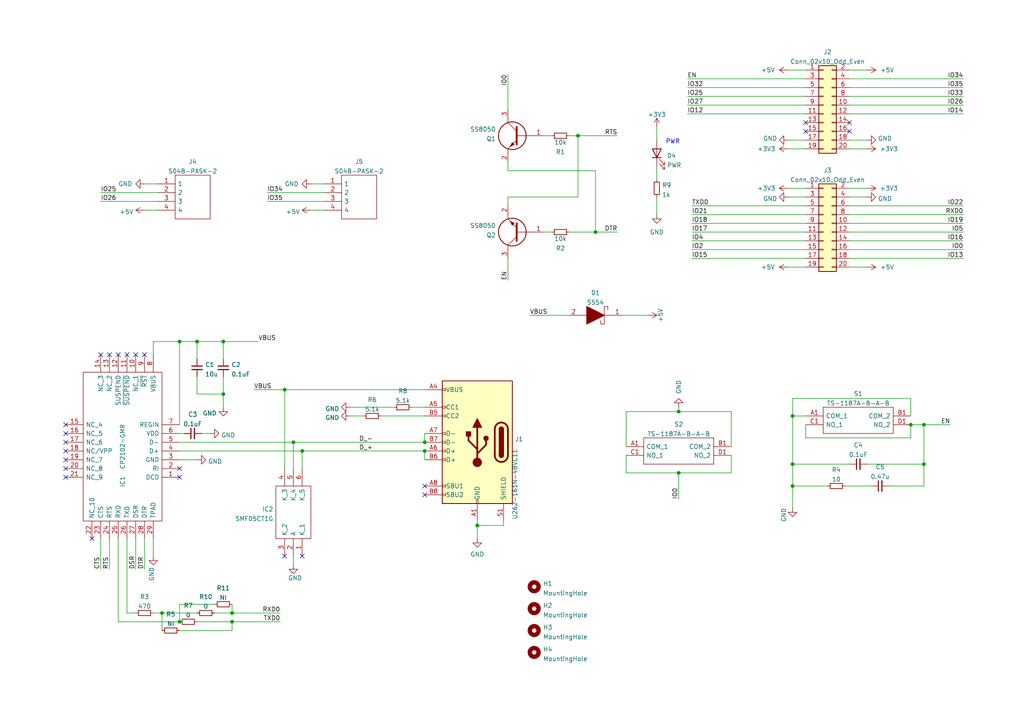
<source format=kicad_sch>
(kicad_sch (version 20230121) (generator eeschema)
  (paper "A4")
  (lib_symbols
    (symbol "Connector:USB_C_Receptacle_USB2.0" (pin_names (offset 1.016))
      (property "Reference" "J" (at -10.16 19.05 0))
      (property "Value" "USB_C_Receptacle_USB2.0" (at 19.05 19.05 0))
      (symbol "USB_C_Receptacle_USB2.0_0_0"
        (rectangle (start -0.254 -17.78) (end 0.254 -16.764))
        (rectangle (start 10.16 -14.986) (end 9.144 -15.494))
        (rectangle (start 10.16 -12.446) (end 9.144 -12.954))
        (rectangle (start 10.16 -4.826) (end 9.144 -5.334))
        (rectangle (start 10.16 -2.286) (end 9.144 -2.794))
        (rectangle (start 10.16 0.254) (end 9.144 -0.254))
        (rectangle (start 10.16 2.794) (end 9.144 2.286))
        (rectangle (start 10.16 7.874) (end 9.144 7.366))
        (rectangle (start 10.16 10.414) (end 9.144 9.906))
        (rectangle (start 10.16 15.494) (end 9.144 14.986))
      )
      (symbol "USB_C_Receptacle_USB2.0_0_1"
        (rectangle (start -10.16 17.78) (end 10.16 -17.78) (stroke (width 0.254)) (fill (type background)))
        (arc (start -8.89 -3.81) (mid -6.985 -5.7067) (end -5.08 -3.81) (stroke (width 0.508)))
        (arc (start -7.62 -3.81) (mid -6.985 -4.4423) (end -6.35 -3.81) (stroke (width 0.254)))
        (arc (start -7.62 -3.81) (mid -6.985 -4.4423) (end -6.35 -3.81) (stroke (width 0.254)) (fill (type outline)))
        (rectangle (start -7.62 -3.81) (end -6.35 3.81) (stroke (width 0.254)) (fill (type outline)))
        (arc (start -6.35 3.81) (mid -6.985 4.4423) (end -7.62 3.81) (stroke (width 0.254)))
        (arc (start -6.35 3.81) (mid -6.985 4.4423) (end -7.62 3.81) (stroke (width 0.254)) (fill (type outline)))
        (arc (start -5.08 3.81) (mid -6.985 5.7067) (end -8.89 3.81) (stroke (width 0.508)))
        (circle (center -2.54 1.143) (radius 0.635) (stroke (width 0.254)) (fill (type outline)))
        (circle (center 0 -5.842) (radius 1.27) (fill (type outline)))
        (polyline (pts (xy -8.89 -3.81) (xy -8.89 3.81)) (stroke (width 0.508)))
        (polyline (pts (xy -5.08 3.81) (xy -5.08 -3.81)) (stroke (width 0.508)))
        (polyline (pts (xy 0 -5.842) (xy 0 4.318)) (stroke (width 0.508)))
        (polyline (pts (xy 0 -3.302) (xy -2.54 -0.762) (xy -2.54 0.508)) (stroke (width 0.508)))
        (polyline (pts (xy 0 -2.032) (xy 2.54 0.508) (xy 2.54 1.778)) (stroke (width 0.508)))
        (polyline (pts (xy -1.27 4.318) (xy 0 6.858) (xy 1.27 4.318) (xy -1.27 4.318)) (stroke (width 0.254)) (fill (type outline)))
        (rectangle (start 1.905 1.778) (end 3.175 3.048) (stroke (width 0.254)) (fill (type outline)))
      )
      (symbol "USB_C_Receptacle_USB2.0_1_1"
        (pin passive line (at 0 -22.86 90) (length 5.08) (name "GND") (number "A1"))
        (pin passive line (at 0 -22.86 90) (length 5.08) hide (name "GND") (number "A12"))
        (pin passive line (at 15.24 15.24 180) (length 5.08) (name "VBUS") (number "A4"))
        (pin bidirectional line (at 15.24 10.16 180) (length 5.08) (name "CC1") (number "A5"))
        (pin bidirectional line (at 15.24 -2.54 180) (length 5.08) (name "D+") (number "A6"))
        (pin bidirectional line (at 15.24 2.54 180) (length 5.08) (name "D-") (number "A7"))
        (pin bidirectional line (at 15.24 -12.7 180) (length 5.08) (name "SBU1") (number "A8"))
        (pin passive line (at 15.24 15.24 180) (length 5.08) hide (name "VBUS") (number "A9"))
        (pin passive line (at 0 -22.86 90) (length 5.08) hide (name "GND") (number "B1"))
        (pin passive line (at 0 -22.86 90) (length 5.08) hide (name "GND") (number "B12"))
        (pin passive line (at 15.24 15.24 180) (length 5.08) hide (name "VBUS") (number "B4"))
        (pin bidirectional line (at 15.24 7.62 180) (length 5.08) (name "CC2") (number "B5"))
        (pin bidirectional line (at 15.24 -5.08 180) (length 5.08) (name "D+") (number "B6"))
        (pin bidirectional line (at 15.24 0 180) (length 5.08) (name "D-") (number "B7"))
        (pin bidirectional line (at 15.24 -15.24 180) (length 5.08) (name "SBU2") (number "B8"))
        (pin passive line (at 15.24 15.24 180) (length 5.08) hide (name "VBUS") (number "B9"))
        (pin passive line (at -7.62 -22.86 90) (length 5.08) (name "SHIELD") (number "S1"))
      )
    )
    (symbol "Connector_Generic:Conn_02x10_Odd_Even" (pin_names (offset 1.016) hide)
      (property "Reference" "J" (at 1.27 12.7 0))
      (property "Value" "Conn_02x10_Odd_Even" (at 1.27 -15.24 0))
      (symbol "Conn_02x10_Odd_Even_1_1"
        (rectangle (start -1.27 -12.573) (end 0 -12.827) (stroke (width 0.1524)))
        (rectangle (start -1.27 -10.033) (end 0 -10.287) (stroke (width 0.1524)))
        (rectangle (start -1.27 -7.493) (end 0 -7.747) (stroke (width 0.1524)))
        (rectangle (start -1.27 -4.953) (end 0 -5.207) (stroke (width 0.1524)))
        (rectangle (start -1.27 -2.413) (end 0 -2.667) (stroke (width 0.1524)))
        (rectangle (start -1.27 0.127) (end 0 -0.127) (stroke (width 0.1524)))
        (rectangle (start -1.27 2.667) (end 0 2.413) (stroke (width 0.1524)))
        (rectangle (start -1.27 5.207) (end 0 4.953) (stroke (width 0.1524)))
        (rectangle (start -1.27 7.747) (end 0 7.493) (stroke (width 0.1524)))
        (rectangle (start -1.27 10.287) (end 0 10.033) (stroke (width 0.1524)))
        (rectangle (start -1.27 11.43) (end 3.81 -13.97) (stroke (width 0.254)) (fill (type background)))
        (rectangle (start 3.81 -12.573) (end 2.54 -12.827) (stroke (width 0.1524)))
        (rectangle (start 3.81 -10.033) (end 2.54 -10.287) (stroke (width 0.1524)))
        (rectangle (start 3.81 -7.493) (end 2.54 -7.747) (stroke (width 0.1524)))
        (rectangle (start 3.81 -4.953) (end 2.54 -5.207) (stroke (width 0.1524)))
        (rectangle (start 3.81 -2.413) (end 2.54 -2.667) (stroke (width 0.1524)))
        (rectangle (start 3.81 0.127) (end 2.54 -0.127) (stroke (width 0.1524)))
        (rectangle (start 3.81 2.667) (end 2.54 2.413) (stroke (width 0.1524)))
        (rectangle (start 3.81 5.207) (end 2.54 4.953) (stroke (width 0.1524)))
        (rectangle (start 3.81 7.747) (end 2.54 7.493) (stroke (width 0.1524)))
        (rectangle (start 3.81 10.287) (end 2.54 10.033) (stroke (width 0.1524)))
        (pin passive line (at -5.08 10.16 0) (length 3.81) (name "Pin_1") (number "1"))
        (pin passive line (at 7.62 0 180) (length 3.81) (name "Pin_10") (number "10"))
        (pin passive line (at -5.08 -2.54 0) (length 3.81) (name "Pin_11") (number "11"))
        (pin passive line (at 7.62 -2.54 180) (length 3.81) (name "Pin_12") (number "12"))
        (pin passive line (at -5.08 -5.08 0) (length 3.81) (name "Pin_13") (number "13"))
        (pin passive line (at 7.62 -5.08 180) (length 3.81) (name "Pin_14") (number "14"))
        (pin passive line (at -5.08 -7.62 0) (length 3.81) (name "Pin_15") (number "15"))
        (pin passive line (at 7.62 -7.62 180) (length 3.81) (name "Pin_16") (number "16"))
        (pin passive line (at -5.08 -10.16 0) (length 3.81) (name "Pin_17") (number "17"))
        (pin passive line (at 7.62 -10.16 180) (length 3.81) (name "Pin_18") (number "18"))
        (pin passive line (at -5.08 -12.7 0) (length 3.81) (name "Pin_19") (number "19"))
        (pin passive line (at 7.62 10.16 180) (length 3.81) (name "Pin_2") (number "2"))
        (pin passive line (at 7.62 -12.7 180) (length 3.81) (name "Pin_20") (number "20"))
        (pin passive line (at -5.08 7.62 0) (length 3.81) (name "Pin_3") (number "3"))
        (pin passive line (at 7.62 7.62 180) (length 3.81) (name "Pin_4") (number "4"))
        (pin passive line (at -5.08 5.08 0) (length 3.81) (name "Pin_5") (number "5"))
        (pin passive line (at 7.62 5.08 180) (length 3.81) (name "Pin_6") (number "6"))
        (pin passive line (at -5.08 2.54 0) (length 3.81) (name "Pin_7") (number "7"))
        (pin passive line (at 7.62 2.54 180) (length 3.81) (name "Pin_8") (number "8"))
        (pin passive line (at -5.08 0 0) (length 3.81) (name "Pin_9") (number "9"))
      )
    )
    (symbol "Device:C_Small" (pin_numbers hide) (pin_names (offset 0.254) hide)
      (property "Reference" "C" (at 0.254 1.778 0))
      (property "Value" "C_Small" (at 0.254 -2.032 0))
      (symbol "C_Small_0_1"
        (polyline (pts (xy -1.524 -0.508) (xy 1.524 -0.508)) (stroke (width 0.3302)))
        (polyline (pts (xy -1.524 0.508) (xy 1.524 0.508)) (stroke (width 0.3048)))
      )
      (symbol "C_Small_1_1"
        (pin passive line (at 0 2.54 270) (length 2.032) (name "~") (number "1"))
        (pin passive line (at 0 -2.54 90) (length 2.032) (name "~") (number "2"))
      )
    )
    (symbol "Device:LED" (pin_numbers hide) (pin_names (offset 1.016) hide)
      (property "Reference" "D" (at 0 2.54 0))
      (property "Value" "LED" (at 0 -2.54 0))
      (symbol "LED_0_1"
        (polyline (pts (xy -1.27 -1.27) (xy -1.27 1.27)) (stroke (width 0.254)))
        (polyline (pts (xy -1.27 0) (xy 1.27 0)))
        (polyline (pts (xy 1.27 -1.27) (xy 1.27 1.27) (xy -1.27 0) (xy 1.27 -1.27)) (stroke (width 0.254)))
        (polyline (pts (xy -3.048 -0.762) (xy -4.572 -2.286) (xy -3.81 -2.286) (xy -4.572 -2.286) (xy -4.572 -1.524)))
        (polyline (pts (xy -1.778 -0.762) (xy -3.302 -2.286) (xy -2.54 -2.286) (xy -3.302 -2.286) (xy -3.302 -1.524)))
      )
      (symbol "LED_1_1"
        (pin passive line (at -3.81 0 0) (length 2.54) (name "K") (number "1"))
        (pin passive line (at 3.81 0 180) (length 2.54) (name "A") (number "2"))
      )
    )
    (symbol "Device:R_Small" (pin_numbers hide) (pin_names (offset 0.254) hide)
      (property "Reference" "R" (at 0.762 0.508 0))
      (property "Value" "R_Small" (at 0.762 -1.016 0))
      (symbol "R_Small_0_1"
        (rectangle (start -0.762 1.778) (end 0.762 -1.778) (stroke (width 0.2032)))
      )
      (symbol "R_Small_1_1"
        (pin passive line (at 0 2.54 270) (length 0.762) (name "~") (number "1"))
        (pin passive line (at 0 -2.54 90) (length 0.762) (name "~") (number "2"))
      )
    )
    (symbol "Mechanical:MountingHole" (pin_names (offset 1.016))
      (property "Reference" "H" (at 0 5.08 0))
      (property "Value" "MountingHole" (at 0 3.175 0))
      (symbol "MountingHole_0_1"
        (circle (center 0 0) (radius 1.27) (stroke (width 1.27)))
      )
    )
    (symbol "SamacSys_Parts:CP2102-GMR" (pin_names (offset 0.762))
      (property "Reference" "IC" (at 29.21 17.78 0))
      (property "Value" "CP2102-GMR" (at 29.21 15.24 0))
      (symbol "CP2102-GMR_0_0"
        (pin passive line (at 0 0 0) (length 5.08) (name "DCD") (number "1"))
        (pin passive line (at 12.7 -35.56 90) (length 5.08) (name "NC_1") (number "10"))
        (pin passive line (at 15.24 -35.56 90) (length 5.08) (name "~{SUSPEND}") (number "11"))
        (pin passive line (at 17.78 -35.56 90) (length 5.08) (name "SUSPEND") (number "12"))
        (pin passive line (at 20.32 -35.56 90) (length 5.08) (name "NC_2") (number "13"))
        (pin passive line (at 22.86 -35.56 90) (length 5.08) (name "NC_3") (number "14"))
        (pin passive line (at 33.02 -15.24 180) (length 5.08) (name "NC_4") (number "15"))
        (pin passive line (at 33.02 -12.7 180) (length 5.08) (name "NC_5") (number "16"))
        (pin passive line (at 33.02 -10.16 180) (length 5.08) (name "NC_6") (number "17"))
        (pin passive line (at 33.02 -7.62 180) (length 5.08) (name "NC/VPP") (number "18"))
        (pin passive line (at 33.02 -5.08 180) (length 5.08) (name "NC_7") (number "19"))
        (pin passive line (at 0 -2.54 0) (length 5.08) (name "RI") (number "2"))
        (pin passive line (at 33.02 -2.54 180) (length 5.08) (name "NC_8") (number "20"))
        (pin passive line (at 33.02 0 180) (length 5.08) (name "NC_9") (number "21"))
        (pin passive line (at 25.4 17.78 270) (length 5.08) (name "NC_10") (number "22"))
        (pin passive line (at 22.86 17.78 270) (length 5.08) (name "CTS") (number "23"))
        (pin passive line (at 20.32 17.78 270) (length 5.08) (name "RTS") (number "24"))
        (pin passive line (at 17.78 17.78 270) (length 5.08) (name "RXD") (number "25"))
        (pin passive line (at 15.24 17.78 270) (length 5.08) (name "TXD") (number "26"))
        (pin passive line (at 12.7 17.78 270) (length 5.08) (name "DSR") (number "27"))
        (pin passive line (at 10.16 17.78 270) (length 5.08) (name "DTR") (number "28"))
        (pin passive line (at 7.62 17.78 270) (length 5.08) (name "TPAD") (number "29"))
        (pin passive line (at 0 -5.08 0) (length 5.08) (name "GND") (number "3"))
        (pin passive line (at 0 -7.62 0) (length 5.08) (name "D+") (number "4"))
        (pin passive line (at 0 -10.16 0) (length 5.08) (name "D-") (number "5"))
        (pin passive line (at 0 -12.7 0) (length 5.08) (name "VDD") (number "6"))
        (pin passive line (at 0 -15.24 0) (length 5.08) (name "REGIN") (number "7"))
        (pin passive line (at 7.62 -35.56 90) (length 5.08) (name "VBUS") (number "8"))
        (pin passive line (at 10.16 -35.56 90) (length 5.08) (name "~{RST}") (number "9"))
      )
      (symbol "CP2102-GMR_0_1"
        (polyline (pts (xy 5.08 12.7) (xy 27.94 12.7) (xy 27.94 -30.48) (xy 5.08 -30.48) (xy 5.08 12.7)) (stroke (width 0.1524)))
      )
    )
    (symbol "SamacSys_Parts:MMSS8050-H-TP" (pin_names (offset 0.762))
      (property "Reference" "Q" (at 13.97 1.27 0))
      (property "Value" "MMSS8050-H-TP" (at 13.97 -1.27 0))
      (symbol "MMSS8050-H-TP_0_0"
        (pin passive line (at 0 0 0) (length 2.54) (name "~") (number "1"))
        (pin passive line (at 10.16 -7.62 90) (length 2.54) (name "~") (number "2"))
        (pin passive line (at 10.16 7.62 270) (length 2.54) (name "~") (number "3"))
      )
      (symbol "MMSS8050-H-TP_0_1"
        (polyline (pts (xy 2.54 0) (xy 7.62 0)) (stroke (width 0.1524)))
        (polyline (pts (xy 7.62 -1.27) (xy 10.16 -3.81)) (stroke (width 0.1524)))
        (polyline (pts (xy 7.62 1.27) (xy 10.16 3.81)) (stroke (width 0.1524)))
        (polyline (pts (xy 7.62 2.54) (xy 7.62 -2.54)) (stroke (width 0.508)))
        (polyline (pts (xy 10.16 -3.81) (xy 10.16 -5.08)) (stroke (width 0.1524)))
        (polyline (pts (xy 10.16 3.81) (xy 10.16 5.08)) (stroke (width 0.1524)))
        (polyline (pts (xy 8.382 -2.54) (xy 8.89 -2.032) (xy 9.398 -3.048) (xy 8.382 -2.54)) (stroke (width 0.254)) (fill (type outline)))
        (circle (center 8.89 0) (radius 4.0132) (stroke (width 0.254)))
      )
    )
    (symbol "SamacSys_Parts:S04B-PASK-2" (pin_names (offset 0.762))
      (property "Reference" "J" (at 16.51 7.62 0))
      (property "Value" "S04B-PASK-2" (at 16.51 5.08 0))
      (symbol "S04B-PASK-2_0_0"
        (pin passive line (at 0 -7.62 0) (length 5.08) (name "1") (number "1"))
        (pin passive line (at 0 -5.08 0) (length 5.08) (name "2") (number "2"))
        (pin passive line (at 0 -2.54 0) (length 5.08) (name "3") (number "3"))
        (pin passive line (at 0 0 0) (length 5.08) (name "4") (number "4"))
      )
      (symbol "S04B-PASK-2_0_1"
        (polyline (pts (xy 5.08 2.54) (xy 15.24 2.54) (xy 15.24 -10.16) (xy 5.08 -10.16) (xy 5.08 2.54)) (stroke (width 0.1524)))
      )
    )
    (symbol "SamacSys_Parts:SMF05CT1G" (pin_names (offset 0.762))
      (property "Reference" "IC" (at 21.59 7.62 0))
      (property "Value" "SMF05CT1G" (at 21.59 5.08 0))
      (symbol "SMF05CT1G_0_0"
        (pin passive line (at 0 0 0) (length 5.08) (name "K_1") (number "1"))
        (pin passive line (at 0 -2.54 0) (length 5.08) (name "A") (number "2"))
        (pin passive line (at 0 -5.08 0) (length 5.08) (name "K_2") (number "3"))
        (pin passive line (at 25.4 -5.08 180) (length 5.08) (name "K_3") (number "4"))
        (pin passive line (at 25.4 -2.54 180) (length 5.08) (name "K_4") (number "5"))
        (pin passive line (at 25.4 0 180) (length 5.08) (name "K_5") (number "6"))
      )
      (symbol "SMF05CT1G_0_1"
        (polyline (pts (xy 5.08 2.54) (xy 20.32 2.54) (xy 20.32 -7.62) (xy 5.08 -7.62) (xy 5.08 2.54)) (stroke (width 0.1524)))
      )
    )
    (symbol "SamacSys_Parts:SS54" (pin_names (offset 0.762))
      (property "Reference" "D" (at 12.7 8.89 0))
      (property "Value" "SS54" (at 12.7 6.35 0))
      (symbol "SS54_0_0"
        (pin passive line (at 2.54 0 0) (length 2.54) (name "~") (number "1"))
        (pin passive line (at 17.78 0 180) (length 2.54) (name "~") (number "2"))
      )
      (symbol "SS54_0_1"
        (polyline (pts (xy 5.08 0) (xy 7.62 0)) (stroke (width 0.1524)))
        (polyline (pts (xy 7.62 2.54) (xy 7.62 -2.54)) (stroke (width 0.1524)))
        (polyline (pts (xy 12.7 0) (xy 15.24 0)) (stroke (width 0.1524)))
        (polyline (pts (xy 7.62 -2.54) (xy 6.604 -2.54) (xy 6.604 -1.524)) (stroke (width 0.1524)))
        (polyline (pts (xy 7.62 2.54) (xy 8.636 2.54) (xy 8.636 1.524)) (stroke (width 0.1524)))
        (polyline (pts (xy 7.62 0) (xy 12.7 2.54) (xy 12.7 -2.54) (xy 7.62 0)) (stroke (width 0.254)) (fill (type outline)))
      )
    )
    (symbol "SamacSys_Parts:TS-1187A-B-A-B" (pin_names (offset 0.762))
      (property "Reference" "S" (at 26.67 7.62 0))
      (property "Value" "TS-1187A-B-A-B" (at 26.67 5.08 0))
      (symbol "TS-1187A-B-A-B_0_0"
        (pin passive line (at 0 0 0) (length 5.08) (name "COM_1") (number "A1"))
        (pin passive line (at 30.48 0 180) (length 5.08) (name "COM_2") (number "B1"))
        (pin passive line (at 0 -2.54 0) (length 5.08) (name "NO_1") (number "C1"))
        (pin passive line (at 30.48 -2.54 180) (length 5.08) (name "NO_2") (number "D1"))
      )
      (symbol "TS-1187A-B-A-B_0_1"
        (polyline (pts (xy 5.08 2.54) (xy 25.4 2.54) (xy 25.4 -5.08) (xy 5.08 -5.08) (xy 5.08 2.54)) (stroke (width 0.1524)))
      )
    )
    (symbol "power:+3.3V" (power) (pin_names (offset 0))
      (property "Value" "+3.3V" (at 0 3.556 0))
      (symbol "+3.3V_0_1"
        (polyline (pts (xy -0.762 1.27) (xy 0 2.54)))
        (polyline (pts (xy 0 0) (xy 0 2.54)))
        (polyline (pts (xy 0 2.54) (xy 0.762 1.27)))
      )
      (symbol "+3.3V_1_1"
        (pin power_in line (at 0 0 90) (length 0) hide (name "+3V3") (number "1"))
      )
    )
    (symbol "power:+5V" (power) (pin_names (offset 0))
      (property "Value" "+5V" (at 0 3.556 0))
      (symbol "+5V_0_1"
        (polyline (pts (xy -0.762 1.27) (xy 0 2.54)))
        (polyline (pts (xy 0 0) (xy 0 2.54)))
        (polyline (pts (xy 0 2.54) (xy 0.762 1.27)))
      )
      (symbol "+5V_1_1"
        (pin power_in line (at 0 0 90) (length 0) hide (name "+5V") (number "1"))
      )
    )
    (symbol "power:GND" (power) (pin_names (offset 0))
      (property "Value" "GND" (at 0 -3.81 0))
      (symbol "GND_0_1"
        (polyline (pts (xy 0 0) (xy 0 -1.27) (xy 1.27 -1.27) (xy 0 -2.54) (xy -1.27 -1.27) (xy 0 -1.27)))
      )
      (symbol "GND_1_1"
        (pin power_in line (at 0 0 270) (length 0) hide (name "GND") (number "1"))
      )
    )
  )
  (junction (at 46.99 177.8))
  (junction (at 82.55 113.03))
  (junction (at 85.09 128.27))
  (junction (at 67.31 177.8))
  (junction (at 87.63 130.81))
  (junction (at 267.97 134.62))
  (junction (at 123.19 130.81))
  (junction (at 64.77 114.3))
  (junction (at 167.64 39.37))
  (junction (at 196.85 119.38))
  (junction (at 229.87 140.97))
  (junction (at 64.77 99.06))
  (junction (at 52.07 180.34))
  (junction (at 172.72 67.31))
  (junction (at 57.15 99.06))
  (junction (at 196.85 137.16))
  (junction (at 267.97 123.19))
  (junction (at 229.87 120.65))
  (junction (at 67.31 180.34))
  (junction (at 123.19 128.27))
  (junction (at 138.43 152.4))
  (junction (at 229.87 134.62))
  (junction (at 52.07 99.06))
  (junction (at 264.16 123.19))
  (no_connect (at 233.68 38.1))
  (no_connect (at 87.63 161.29))
  (no_connect (at 82.55 161.29))
  (no_connect (at 29.21 102.87))
  (no_connect (at 31.75 102.87))
  (no_connect (at 246.38 35.56))
  (no_connect (at 19.05 138.43))
  (no_connect (at 19.05 128.27))
  (no_connect (at 19.05 130.81))
  (no_connect (at 19.05 133.35))
  (no_connect (at 19.05 135.89))
  (no_connect (at 19.05 125.73))
  (no_connect (at 19.05 123.19))
  (no_connect (at 26.67 156.21))
  (no_connect (at 246.38 38.1))
  (no_connect (at 52.07 138.43))
  (no_connect (at 36.83 102.87))
  (no_connect (at 52.07 135.89))
  (no_connect (at 34.29 102.87))
  (no_connect (at 39.37 102.87))
  (no_connect (at 41.91 102.87))
  (no_connect (at 123.19 143.51))
  (no_connect (at 123.19 140.97))
  (no_connect (at 233.68 35.56))
  (wire (pts (xy 246.38 59.69) (xy 279.4 59.69)))
  (wire (pts (xy 36.83 177.8) (xy 39.37 177.8)))
  (wire (pts (xy 264.16 115.57) (xy 229.87 115.57)))
  (wire (pts (xy 77.47 58.42) (xy 93.98 58.42)))
  (wire (pts (xy 64.77 114.3) (xy 64.77 118.11)))
  (wire (pts (xy 41.91 156.21) (xy 41.91 165.1)))
  (wire (pts (xy 179.07 39.37) (xy 167.64 39.37)))
  (wire (pts (xy 172.72 49.53) (xy 147.32 49.53)))
  (wire (pts (xy 251.46 77.47) (xy 246.38 77.47)))
  (wire (pts (xy 87.63 130.81) (xy 123.19 130.81)))
  (wire (pts (xy 41.91 60.96) (xy 45.72 60.96)))
  (wire (pts (xy 246.38 33.02) (xy 279.4 33.02)))
  (wire (pts (xy 251.46 40.64) (xy 246.38 40.64)))
  (wire (pts (xy 52.07 182.88) (xy 67.31 182.88)))
  (wire (pts (xy 138.43 152.4) (xy 138.43 156.21)))
  (wire (pts (xy 229.87 115.57) (xy 229.87 120.65)))
  (wire (pts (xy 264.16 123.19) (xy 267.97 123.19)))
  (wire (pts (xy 123.19 125.73) (xy 123.19 128.27)))
  (wire (pts (xy 62.23 177.8) (xy 67.31 177.8)))
  (wire (pts (xy 251.46 54.61) (xy 246.38 54.61)))
  (wire (pts (xy 181.61 132.08) (xy 181.61 137.16)))
  (wire (pts (xy 267.97 123.19) (xy 267.97 134.62)))
  (wire (pts (xy 200.66 72.39) (xy 233.68 72.39)))
  (wire (pts (xy 228.6 40.64) (xy 233.68 40.64)))
  (wire (pts (xy 196.85 137.16) (xy 212.09 137.16)))
  (wire (pts (xy 229.87 134.62) (xy 229.87 140.97)))
  (wire (pts (xy 85.09 161.29) (xy 85.09 163.83)))
  (wire (pts (xy 52.07 125.73) (xy 53.34 125.73)))
  (wire (pts (xy 196.85 119.38) (xy 212.09 119.38)))
  (wire (pts (xy 105.41 120.65) (xy 101.6 120.65)))
  (wire (pts (xy 44.45 156.21) (xy 44.45 161.29)))
  (wire (pts (xy 67.31 182.88) (xy 67.31 180.34)))
  (wire (pts (xy 167.64 39.37) (xy 165.1 39.37)))
  (wire (pts (xy 228.6 20.32) (xy 233.68 20.32)))
  (wire (pts (xy 228.6 43.18) (xy 233.68 43.18)))
  (wire (pts (xy 34.29 156.21) (xy 34.29 180.34)))
  (wire (pts (xy 160.02 67.31) (xy 157.48 67.31)))
  (wire (pts (xy 67.31 177.8) (xy 81.28 177.8)))
  (wire (pts (xy 200.66 74.93) (xy 233.68 74.93)))
  (wire (pts (xy 57.15 99.06) (xy 52.07 99.06)))
  (wire (pts (xy 246.38 27.94) (xy 279.4 27.94)))
  (wire (pts (xy 46.99 177.8) (xy 57.15 177.8)))
  (wire (pts (xy 153.67 91.44) (xy 165.1 91.44)))
  (wire (pts (xy 62.23 175.26) (xy 52.07 175.26)))
  (wire (pts (xy 229.87 140.97) (xy 229.87 147.32)))
  (wire (pts (xy 257.81 140.97) (xy 267.97 140.97)))
  (wire (pts (xy 181.61 137.16) (xy 196.85 137.16)))
  (wire (pts (xy 264.16 127) (xy 264.16 123.19)))
  (wire (pts (xy 39.37 156.21) (xy 39.37 165.1)))
  (wire (pts (xy 160.02 39.37) (xy 157.48 39.37)))
  (wire (pts (xy 36.83 156.21) (xy 36.83 177.8)))
  (wire (pts (xy 196.85 118.11) (xy 196.85 119.38)))
  (wire (pts (xy 64.77 99.06) (xy 64.77 104.14)))
  (wire (pts (xy 200.66 69.85) (xy 233.68 69.85)))
  (wire (pts (xy 146.05 152.4) (xy 138.43 152.4)))
  (wire (pts (xy 67.31 175.26) (xy 67.31 177.8)))
  (wire (pts (xy 46.99 177.8) (xy 46.99 182.88)))
  (wire (pts (xy 85.09 128.27) (xy 123.19 128.27)))
  (wire (pts (xy 199.39 22.86) (xy 233.68 22.86)))
  (wire (pts (xy 44.45 177.8) (xy 46.99 177.8)))
  (wire (pts (xy 90.17 60.96) (xy 93.98 60.96)))
  (wire (pts (xy 52.07 130.81) (xy 87.63 130.81)))
  (wire (pts (xy 199.39 27.94) (xy 233.68 27.94)))
  (wire (pts (xy 172.72 67.31) (xy 165.1 67.31)))
  (wire (pts (xy 44.45 99.06) (xy 44.45 102.87)))
  (wire (pts (xy 228.6 57.15) (xy 233.68 57.15)))
  (wire (pts (xy 190.5 57.15) (xy 190.5 62.23)))
  (wire (pts (xy 64.77 114.3) (xy 57.15 114.3)))
  (wire (pts (xy 29.21 58.42) (xy 45.72 58.42)))
  (wire (pts (xy 73.66 113.03) (xy 82.55 113.03)))
  (wire (pts (xy 246.38 69.85) (xy 279.4 69.85)))
  (wire (pts (xy 246.38 22.86) (xy 279.4 22.86)))
  (wire (pts (xy 212.09 119.38) (xy 212.09 129.54)))
  (wire (pts (xy 85.09 128.27) (xy 85.09 135.89)))
  (wire (pts (xy 229.87 140.97) (xy 240.03 140.97)))
  (wire (pts (xy 228.6 54.61) (xy 233.68 54.61)))
  (wire (pts (xy 200.66 62.23) (xy 233.68 62.23)))
  (wire (pts (xy 167.64 57.15) (xy 147.32 57.15)))
  (wire (pts (xy 179.07 67.31) (xy 172.72 67.31)))
  (wire (pts (xy 41.91 53.34) (xy 45.72 53.34)))
  (wire (pts (xy 52.07 175.26) (xy 52.07 180.34)))
  (wire (pts (xy 82.55 113.03) (xy 82.55 135.89)))
  (wire (pts (xy 246.38 74.93) (xy 279.4 74.93)))
  (wire (pts (xy 251.46 134.62) (xy 267.97 134.62)))
  (wire (pts (xy 34.29 180.34) (xy 52.07 180.34)))
  (wire (pts (xy 77.47 55.88) (xy 93.98 55.88)))
  (wire (pts (xy 251.46 43.18) (xy 246.38 43.18)))
  (wire (pts (xy 200.66 67.31) (xy 233.68 67.31)))
  (wire (pts (xy 233.68 127) (xy 264.16 127)))
  (wire (pts (xy 114.3 118.11) (xy 101.6 118.11)))
  (wire (pts (xy 181.61 129.54) (xy 181.61 119.38)))
  (wire (pts (xy 138.43 152.4) (xy 138.43 151.13)))
  (wire (pts (xy 251.46 57.15) (xy 246.38 57.15)))
  (wire (pts (xy 229.87 134.62) (xy 246.38 134.62)))
  (wire (pts (xy 64.77 109.22) (xy 64.77 114.3)))
  (wire (pts (xy 29.21 55.88) (xy 45.72 55.88)))
  (wire (pts (xy 167.64 57.15) (xy 167.64 39.37)))
  (wire (pts (xy 190.5 48.26) (xy 190.5 52.07)))
  (wire (pts (xy 67.31 180.34) (xy 81.28 180.34)))
  (wire (pts (xy 147.32 81.28) (xy 147.32 74.93)))
  (wire (pts (xy 229.87 120.65) (xy 229.87 134.62)))
  (wire (pts (xy 246.38 67.31) (xy 279.4 67.31)))
  (wire (pts (xy 172.72 49.53) (xy 172.72 67.31)))
  (wire (pts (xy 212.09 137.16) (xy 212.09 132.08)))
  (wire (pts (xy 52.07 128.27) (xy 85.09 128.27)))
  (wire (pts (xy 181.61 119.38) (xy 196.85 119.38)))
  (wire (pts (xy 246.38 64.77) (xy 279.4 64.77)))
  (wire (pts (xy 29.21 156.21) (xy 29.21 165.1)))
  (wire (pts (xy 251.46 20.32) (xy 246.38 20.32)))
  (wire (pts (xy 233.68 123.19) (xy 233.68 127)))
  (wire (pts (xy 90.17 53.34) (xy 93.98 53.34)))
  (wire (pts (xy 58.42 125.73) (xy 60.96 125.73)))
  (wire (pts (xy 123.19 120.65) (xy 110.49 120.65)))
  (wire (pts (xy 31.75 156.21) (xy 31.75 165.1)))
  (wire (pts (xy 267.97 140.97) (xy 267.97 134.62)))
  (wire (pts (xy 57.15 114.3) (xy 57.15 109.22)))
  (wire (pts (xy 123.19 130.81) (xy 123.19 133.35)))
  (wire (pts (xy 246.38 72.39) (xy 279.4 72.39)))
  (wire (pts (xy 267.97 123.19) (xy 275.59 123.19)))
  (wire (pts (xy 57.15 99.06) (xy 57.15 104.14)))
  (wire (pts (xy 229.87 120.65) (xy 233.68 120.65)))
  (wire (pts (xy 52.07 99.06) (xy 52.07 123.19)))
  (wire (pts (xy 57.15 180.34) (xy 67.31 180.34)))
  (wire (pts (xy 52.07 99.06) (xy 44.45 99.06)))
  (wire (pts (xy 146.05 152.4) (xy 146.05 151.13)))
  (wire (pts (xy 123.19 118.11) (xy 119.38 118.11)))
  (wire (pts (xy 246.38 30.48) (xy 279.4 30.48)))
  (wire (pts (xy 147.32 21.59) (xy 147.32 31.75)))
  (wire (pts (xy 82.55 113.03) (xy 123.19 113.03)))
  (wire (pts (xy 190.5 36.83) (xy 190.5 40.64)))
  (wire (pts (xy 246.38 62.23) (xy 279.4 62.23)))
  (wire (pts (xy 196.85 137.16) (xy 196.85 144.78)))
  (wire (pts (xy 52.07 133.35) (xy 57.15 133.35)))
  (wire (pts (xy 228.6 77.47) (xy 233.68 77.47)))
  (wire (pts (xy 200.66 64.77) (xy 233.68 64.77)))
  (wire (pts (xy 87.63 130.81) (xy 87.63 135.89)))
  (wire (pts (xy 264.16 120.65) (xy 264.16 115.57)))
  (wire (pts (xy 246.38 25.4) (xy 279.4 25.4)))
  (wire (pts (xy 74.93 99.06) (xy 64.77 99.06)))
  (wire (pts (xy 180.34 91.44) (xy 187.96 91.44)))
  (wire (pts (xy 147.32 59.69) (xy 147.32 57.15)))
  (wire (pts (xy 147.32 46.99) (xy 147.32 49.53)))
  (wire (pts (xy 199.39 33.02) (xy 233.68 33.02)))
  (wire (pts (xy 200.66 59.69) (xy 233.68 59.69)))
  (wire (pts (xy 64.77 99.06) (xy 57.15 99.06)))
  (wire (pts (xy 199.39 30.48) (xy 233.68 30.48)))
  (wire (pts (xy 199.39 25.4) (xy 233.68 25.4)))
  (wire (pts (xy 245.11 140.97) (xy 252.73 140.97)))
  (text "PWR" (at 193.04 41.91 0) (effects (font (size 1.27 1.27)) (justify left bottom)))
  (label "VBUS" (at 153.67 91.44 0))
  (label "VBUS" (at 73.66 113.03 0))
  (label "IO0" (at 279.4 72.39 180))
  (label "IO14" (at 279.4 33.02 180))
  (label "CTS" (at 29.21 165.1 90))
  (label "IO21" (at 200.66 62.23 0))
  (label "TXD0" (at 81.28 180.34 180))
  (label "IO27" (at 199.39 30.48 0))
  (label "IO4" (at 200.66 69.85 0))
  (label "IO34" (at 279.4 22.86 180))
  (label "IO34" (at 77.47 55.88 0))
  (label "IO15" (at 200.66 74.93 0))
  (label "D_+" (at 104.14 130.81 0))
  (label "IO12" (at 199.39 33.02 0))
  (label "RTS" (at 179.07 39.37 180))
  (label "DSR" (at 39.37 165.1 90))
  (label "RTS" (at 31.75 165.1 90))
  (label "IO0" (at 196.85 144.78 90))
  (label "DTR" (at 179.07 67.31 180))
  (label "IO2" (at 200.66 72.39 0))
  (label "VBUS" (at 74.93 99.06 0))
  (label "DTR" (at 41.91 165.1 90))
  (label "IO35" (at 77.47 58.42 0))
  (label "IO25" (at 29.21 55.88 0))
  (label "IO0" (at 147.32 21.59 270))
  (label "EN" (at 199.39 22.86 0))
  (label "IO19" (at 279.4 64.77 180))
  (label "EN" (at 275.59 123.19 180))
  (label "IO33" (at 279.4 27.94 180))
  (label "IO5" (at 279.4 67.31 180))
  (label "RXD0" (at 81.28 177.8 180))
  (label "EN" (at 147.32 81.28 90))
  (label "D_-" (at 104.14 128.27 0))
  (label "IO17" (at 200.66 67.31 0))
  (label "IO35" (at 279.4 25.4 180))
  (label "IO16" (at 279.4 69.85 180))
  (label "IO32" (at 199.39 25.4 0))
  (label "IO13" (at 279.4 74.93 180))
  (label "TXD0" (at 200.66 59.69 0))
  (label "IO18" (at 200.66 64.77 0))
  (label "IO22" (at 279.4 59.69 180))
  (label "RXD0" (at 279.4 62.23 180))
  (label "IO26" (at 29.21 58.42 0))
  (label "IO26" (at 279.4 30.48 180))
  (label "IO25" (at 199.39 27.94 0))
  (symbol (lib_id "Device:C_Small") (at 55.88 125.73 90) (unit 1)
    (property "Reference" "C3" (at 55.8863 120.2014 90))
    (property "Value" "0.1uF" (at 55.8863 122.9765 90))
    (property "Footprint" "Capacitor_SMD:C_0603_1608Metric_Pad1.08x0.95mm_HandSolder" (effects hide))
  )
  (symbol (lib_id "Device:C_Small") (at 255.27 140.97 90) (unit 1)
    (property "Reference" "C5" (at 255.2763 135.4414 90))
    (property "Value" "0.47u" (at 255.2763 138.2165 90))
    (property "Footprint" "Capacitor_SMD:C_0603_1608Metric_Pad1.08x0.95mm_HandSolder" (effects hide))
  )
  (symbol (lib_id "power:GND") (at 101.6 118.11 270) (mirror x) (unit 1)
    (property "Reference" "#PWR0113" (effects hide))
    (property "Value" "GND" (at 98.425 118.589 90) (effects (justify right)))
  )
  (symbol (lib_id "Device:R_Small") (at 64.77 175.26 270) (mirror x) (unit 1)
    (property "Reference" "R11" (at 64.77 170.5569 90))
    (property "Value" "NI" (at 64.77 173.332 90))
    (property "Footprint" "Resistor_SMD:R_0603_1608Metric_Pad0.98x0.95mm_HandSolder" (effects hide))
  )
  (symbol (lib_id "power:GND") (at 228.6 40.64 270) (mirror x) (unit 1)
    (property "Reference" "#PWR0123" (effects hide))
    (property "Value" "GND" (at 225.4251 40.161 90) (effects (justify right)))
  )
  (symbol (lib_id "SamacSys_Parts:TS-1187A-B-A-B") (at 181.61 129.54 0) (unit 1)
    (property "Reference" "S2" (at 196.85 123.0843 0))
    (property "Value" "TS-1187A-B-A-B" (at 196.85 125.8594 0))
    (property "Footprint" "SamacSys_Parts:TS1187ABAB" (effects hide))
    (property "Datasheet" "http://www.helloxkb.com/public/images/pdf/TS-1187A-B-A-B-.pdf" (effects hide))
    (property "Description" "Tactile Switches SPST 5.10mm x 5.10mm 0.40mm 50mA @ 12VDC SMD RoHS" (effects hide))
    (property "Height" "4.05" (effects hide))
    (property "Manufacturer_Name" "XKB Connectivity" (effects hide))
    (property "Manufacturer_Part_Number" "TS-1187A-B-A-B" (effects hide))
  )
  (symbol (lib_id "Device:R_Small") (at 242.57 140.97 270) (mirror x) (unit 1)
    (property "Reference" "R4" (at 242.57 136.2669 90))
    (property "Value" "10" (at 242.57 139.042 90))
    (property "Footprint" "Resistor_SMD:R_0603_1608Metric_Pad0.98x0.95mm_HandSolder" (effects hide))
  )
  (symbol (lib_id "power:+3.3V") (at 251.46 54.61 270) (mirror x) (unit 1)
    (property "Reference" "#PWR0128" (effects hide))
    (property "Value" "+3.3V" (at 257.81 54.61 90))
  )
  (symbol (lib_id "power:GND") (at 190.5 62.23 0) (unit 1)
    (property "Reference" "#PWR0115" (effects hide))
    (property "Value" "GND" (at 190.5 67.31 0))
  )
  (symbol (lib_id "Device:R_Small") (at 49.53 182.88 270) (mirror x) (unit 1)
    (property "Reference" "R5" (at 49.53 178.1769 90))
    (property "Value" "NI" (at 49.53 180.952 90))
    (property "Footprint" "Resistor_SMD:R_0603_1608Metric_Pad0.98x0.95mm_HandSolder" (effects hide))
  )
  (symbol (lib_id "power:GND") (at 196.85 118.11 180) (unit 1)
    (property "Reference" "#PWR0108" (effects hide))
    (property "Value" "GND" (at 196.85 114.3 90) (effects (justify right)))
  )
  (symbol (lib_id "power:+5V") (at 228.6 20.32 90) (mirror x) (unit 1)
    (property "Reference" "#PWR0129" (effects hide))
    (property "Value" "+5V" (at 224.79 20.32 90) (effects (justify left)))
  )
  (symbol (lib_id "power:GND") (at 90.17 53.34 270) (unit 1)
    (property "Reference" "#PWR0111" (effects hide))
    (property "Value" "GND" (at 82.55 53.34 90) (effects (justify left)))
  )
  (symbol (lib_id "power:GND") (at 101.6 120.65 270) (mirror x) (unit 1)
    (property "Reference" "#PWR0114" (effects hide))
    (property "Value" "GND" (at 98.425 121.129 90) (effects (justify right)))
  )
  (symbol (lib_id "power:GND") (at 57.15 133.35 90) (unit 1)
    (property "Reference" "#PWR0103" (effects hide))
    (property "Value" "GND" (at 60.325 133.829 90) (effects (justify right)))
  )
  (symbol (lib_id "power:+5V") (at 90.17 60.96 90) (unit 1)
    (property "Reference" "#PWR0116" (effects hide))
    (property "Value" "+5V" (at 86.9951 61.439 90) (effects (justify left)))
  )
  (symbol (lib_id "power:GND") (at 44.45 161.29 0) (unit 1)
    (property "Reference" "#PWR0104" (effects hide))
    (property "Value" "GND" (at 43.971 164.465 90) (effects (justify right)))
  )
  (symbol (lib_id "Device:R_Small") (at 107.95 120.65 270) (mirror x) (unit 1)
    (property "Reference" "R6" (at 107.95 115.9469 90))
    (property "Value" "5.1k" (at 107.95 118.722 90))
    (property "Footprint" "Resistor_SMD:R_0603_1608Metric_Pad0.98x0.95mm_HandSolder" (effects hide))
  )
  (symbol (lib_id "SamacSys_Parts:S04B-PASK-2") (at 93.98 60.96 0) (mirror x) (unit 1)
    (property "Reference" "J5" (at 104.14 46.8843 0))
    (property "Value" "S04B-PASK-2" (at 104.14 49.6594 0))
    (property "Footprint" "SamacSys_Parts:S04BPASK2" (effects hide))
    (property "Datasheet" "http://www.jst-mfg.com/product/pdf/eng/ePA-F.pdf?5d80b7662b42f" (effects hide))
    (property "Description" "JST (JAPAN SOLDERLESS TERMINALS) - S04B-PASK-2 - HEADER, PA, 4WAY, SIDE, 2MM" (effects hide))
    (property "Height" "6.5" (effects hide))
    (property "Manufacturer_Name" "JST (JAPAN SOLDERLESS TERMINALS)" (effects hide))
    (property "Manufacturer_Part_Number" "S04B-PASK-2" (effects hide))
  )
  (symbol (lib_id "power:GND") (at 41.91 53.34 270) (unit 1)
    (property "Reference" "#PWR0112" (effects hide))
    (property "Value" "GND" (at 34.29 53.34 90) (effects (justify left)))
  )
  (symbol (lib_id "Mechanical:MountingHole") (at 154.94 189.23 0) (unit 1)
    (property "Reference" "H4" (at 157.48 188.3215 0) (effects (justify left)))
    (property "Value" "MountingHole" (at 157.48 191.0966 0) (effects (justify left)))
    (property "Footprint" "MountingHole:MountingHole_3.2mm_M3_Pad_Via" (effects hide))
  )
  (symbol (lib_id "power:GND") (at 85.09 163.83 0) (mirror y) (unit 1)
    (property "Reference" "#PWR0107" (effects hide))
    (property "Value" "GND" (at 87.63 167.64 0) (effects (justify left)))
  )
  (symbol (lib_id "Device:R_Small") (at 162.56 39.37 270) (unit 1)
    (property "Reference" "R1" (at 162.56 44.0731 90))
    (property "Value" "10k" (at 162.56 41.298 90))
    (property "Footprint" "Resistor_SMD:R_0603_1608Metric_Pad0.98x0.95mm_HandSolder" (effects hide))
  )
  (symbol (lib_id "SamacSys_Parts:MMSS8050-H-TP") (at 157.48 67.31 180) (unit 1)
    (property "Reference" "Q2" (at 143.8148 68.2185 0) (effects (justify left)))
    (property "Value" "SS8050" (at 143.8148 65.4434 0) (effects (justify left)))
    (property "Footprint" "Package_TO_SOT_SMD:SOT-23" (effects hide))
    (property "Datasheet" "https://datasheet.datasheetarchive.com/originals/distributors/Datasheets_SAMA/0732456250d64eae27d795e5764badef.pdf" (effects hide))
    (property "Description" "Bipolar Transistors - BJT 625mW, 25V, 1500mA" (effects hide))
    (property "Manufacturer_Name" "Micro Commercial Components (MCC)" (effects hide))
    (property "Manufacturer_Part_Number" "MMSS8050-H-TP" (effects hide))
    (property "Mouser Part Number" "833-MMSS8050-H-TP" (effects hide))
    (property "Mouser Price/Stock" "https://www.mouser.co.uk/ProductDetail/Micro-Commercial-Components-MCC/MMSS8050-H-TP?qs=FaVZESsvgndwiDXxXq5g0g%3D%3D" (effects hide))
    (property "Arrow Part Number" "MMSS8050-H-TP" (effects hide))
    (property "Arrow Price/Stock" "https://www.arrow.com/en/products/mmss8050-h-tp/micro-commercial-components?region=nac" (effects hide))
  )
  (symbol (lib_id "Device:LED") (at 190.5 44.45 90) (unit 1)
    (property "Reference" "D4" (at 193.421 45.129 90) (effects (justify right)))
    (property "Value" "PWR" (at 193.421 47.9041 90) (effects (justify right)))
    (property "Footprint" "LED_SMD:LED_0603_1608Metric_Pad1.05x0.95mm_HandSolder" (effects hide))
  )
  (symbol (lib_id "power:+3.3V") (at 228.6 43.18 90) (mirror x) (unit 1)
    (property "Reference" "#PWR0124" (effects hide))
    (property "Value" "+3.3V" (at 222.25 43.18 90))
  )
  (symbol (lib_id "Device:C_Small") (at 248.92 134.62 90) (unit 1)
    (property "Reference" "C4" (at 248.9263 129.0914 90))
    (property "Value" "0.1uF" (at 248.9263 131.8665 90))
    (property "Footprint" "Capacitor_SMD:C_0603_1608Metric_Pad1.08x0.95mm_HandSolder" (effects hide))
  )
  (symbol (lib_id "SamacSys_Parts:S04B-PASK-2") (at 45.72 60.96 0) (mirror x) (unit 1)
    (property "Reference" "J4" (at 55.88 46.8843 0))
    (property "Value" "S04B-PASK-2" (at 55.88 49.6594 0))
    (property "Footprint" "SamacSys_Parts:S04BPASK2" (effects hide))
    (property "Datasheet" "http://www.jst-mfg.com/product/pdf/eng/ePA-F.pdf?5d80b7662b42f" (effects hide))
    (property "Description" "JST (JAPAN SOLDERLESS TERMINALS) - S04B-PASK-2 - HEADER, PA, 4WAY, SIDE, 2MM" (effects hide))
    (property "Height" "6.5" (effects hide))
    (property "Manufacturer_Name" "JST (JAPAN SOLDERLESS TERMINALS)" (effects hide))
    (property "Manufacturer_Part_Number" "S04B-PASK-2" (effects hide))
  )
  (symbol (lib_id "Device:R_Small") (at 190.5 54.61 0) (unit 1)
    (property "Reference" "R9" (at 191.9986 53.7015 0) (effects (justify left)))
    (property "Value" "1k" (at 191.9986 56.4766 0) (effects (justify left)))
    (property "Footprint" "Resistor_SMD:R_0603_1608Metric_Pad0.98x0.95mm_HandSolder" (effects hide))
  )
  (symbol (lib_id "Mechanical:MountingHole") (at 154.94 176.53 0) (unit 1)
    (property "Reference" "H2" (at 157.48 175.6215 0) (effects (justify left)))
    (property "Value" "MountingHole" (at 157.48 178.3966 0) (effects (justify left)))
    (property "Footprint" "MountingHole:MountingHole_3.2mm_M3_Pad_Via" (effects hide))
  )
  (symbol (lib_id "Mechanical:MountingHole") (at 154.94 182.88 0) (unit 1)
    (property "Reference" "H3" (at 157.48 181.9715 0) (effects (justify left)))
    (property "Value" "MountingHole" (at 157.48 184.7466 0) (effects (justify left)))
    (property "Footprint" "MountingHole:MountingHole_3.2mm_M3_Pad_Via" (effects hide))
  )
  (symbol (lib_id "power:+3.3V") (at 251.46 43.18 270) (unit 1)
    (property "Reference" "#PWR0132" (effects hide))
    (property "Value" "+3.3V" (at 257.81 43.18 90))
  )
  (symbol (lib_id "power:+3.3V") (at 228.6 54.61 90) (unit 1)
    (property "Reference" "#PWR0122" (effects hide))
    (property "Value" "+3.3V" (at 222.25 54.61 90))
  )
  (symbol (lib_id "power:GND") (at 60.96 125.73 90) (mirror x) (unit 1)
    (property "Reference" "#PWR0102" (effects hide))
    (property "Value" "GND" (at 64.135 126.209 90) (effects (justify right)))
  )
  (symbol (lib_id "power:GND") (at 229.87 147.32 0) (unit 1)
    (property "Reference" "#PWR0106" (effects hide))
    (property "Value" "GND" (at 227.33 147.32 90) (effects (justify right)))
  )
  (symbol (lib_id "SamacSys_Parts:MMSS8050-H-TP") (at 157.48 39.37 0) (mirror y) (unit 1)
    (property "Reference" "Q1" (at 143.8148 40.2785 0) (effects (justify left)))
    (property "Value" "SS8050" (at 143.8148 37.5034 0) (effects (justify left)))
    (property "Footprint" "Package_TO_SOT_SMD:SOT-23" (effects hide))
    (property "Datasheet" "https://datasheet.datasheetarchive.com/originals/distributors/Datasheets_SAMA/0732456250d64eae27d795e5764badef.pdf" (effects hide))
    (property "Description" "Bipolar Transistors - BJT 625mW, 25V, 1500mA" (effects hide))
    (property "Manufacturer_Name" "Micro Commercial Components (MCC)" (effects hide))
    (property "Manufacturer_Part_Number" "MMSS8050-H-TP" (effects hide))
    (property "Mouser Part Number" "833-MMSS8050-H-TP" (effects hide))
    (property "Mouser Price/Stock" "https://www.mouser.co.uk/ProductDetail/Micro-Commercial-Components-MCC/MMSS8050-H-TP?qs=FaVZESsvgndwiDXxXq5g0g%3D%3D" (effects hide))
    (property "Arrow Part Number" "MMSS8050-H-TP" (effects hide))
    (property "Arrow Price/Stock" "https://www.arrow.com/en/products/mmss8050-h-tp/micro-commercial-components?region=nac" (effects hide))
  )
  (symbol (lib_id "power:+5V") (at 187.96 91.44 270) (unit 1)
    (property "Reference" "#PWR0105" (effects hide))
    (property "Value" "+5V" (at 191.5645 91.44 0))
  )
  (symbol (lib_id "Device:R_Small") (at 116.84 118.11 270) (mirror x) (unit 1)
    (property "Reference" "R8" (at 116.84 113.4069 90))
    (property "Value" "5.1k" (at 116.84 116.182 90))
    (property "Footprint" "Resistor_SMD:R_0603_1608Metric_Pad0.98x0.95mm_HandSolder" (effects hide))
  )
  (symbol (lib_id "power:+3.3V") (at 190.5 36.83 0) (unit 1)
    (property "Reference" "#PWR0118" (effects hide))
    (property "Value" "+3.3V" (at 190.5 33.2255 0))
  )
  (symbol (lib_id "Device:R_Small") (at 54.61 180.34 270) (mirror x) (unit 1)
    (property "Reference" "R7" (at 54.61 175.6369 90))
    (property "Value" "0" (at 54.61 178.412 90))
    (property "Footprint" "Resistor_SMD:R_0603_1608Metric_Pad0.98x0.95mm_HandSolder" (effects hide))
  )
  (symbol (lib_id "power:GND") (at 138.43 156.21 0) (mirror y) (unit 1)
    (property "Reference" "#PWR0109" (effects hide))
    (property "Value" "GND" (at 138.43 160.7725 0))
  )
  (symbol (lib_id "Mechanical:MountingHole") (at 154.94 170.18 0) (unit 1)
    (property "Reference" "H1" (at 157.48 169.2715 0) (effects (justify left)))
    (property "Value" "MountingHole" (at 157.48 172.0466 0) (effects (justify left)))
    (property "Footprint" "MountingHole:MountingHole_3.2mm_M3_Pad_Via" (effects hide))
  )
  (symbol (lib_id "Connector_Generic:Conn_02x10_Odd_Even") (at 238.76 30.48 0) (unit 1)
    (property "Reference" "J2" (at 240.03 15.0835 0))
    (property "Value" "Conn_02x10_Odd_Even" (at 240.03 17.8586 0))
    (property "Footprint" "Connector_PinHeader_2.54mm:PinHeader_2x10_P2.54mm_Vertical" (effects hide))
  )
  (symbol (lib_id "SamacSys_Parts:SMF05CT1G") (at 87.63 161.29 270) (mirror x) (unit 1)
    (property "Reference" "IC2" (at 79.2988 147.6815 90) (effects (justify right)))
    (property "Value" "SMF05CT1G" (at 79.2988 150.4566 90) (effects (justify right)))
    (property "Footprint" "SamacSys_Parts:SOT65P210X110-6N" (effects hide))
    (property "Datasheet" "http://www.onsemi.com/pub/Collateral/SMF05C-D.PDF" (effects hide))
    (property "Description" "5-Line Transient Voltage Suppressor Array" (effects hide))
    (property "Height" "1.1" (effects hide))
    (property "Manufacturer_Name" "onsemi" (effects hide))
    (property "Manufacturer_Part_Number" "SMF05CT1G" (effects hide))
    (property "Mouser Part Number" "863-SMF05CT1G" (effects hide))
    (property "Mouser Price/Stock" "https://www.mouser.co.uk/ProductDetail/onsemi/SMF05CT1G?qs=xZq1yRCsb1c8sZHBbx4IBw%3D%3D" (effects hide))
    (property "Arrow Part Number" "SMF05CT1G" (effects hide))
    (property "Arrow Price/Stock" "https://www.arrow.com/en/products/smf05ct1g/on-semiconductor?region=nac" (effects hide))
  )
  (symbol (lib_id "power:GND") (at 251.46 57.15 90) (mirror x) (unit 1)
    (property "Reference" "#PWR0126" (effects hide))
    (property "Value" "GND" (at 254.6349 57.629 90) (effects (justify right)))
  )
  (symbol (lib_id "Device:R_Small") (at 59.69 177.8 270) (mirror x) (unit 1)
    (property "Reference" "R10" (at 59.69 173.0969 90))
    (property "Value" "0" (at 59.69 175.872 90))
    (property "Footprint" "Resistor_SMD:R_0603_1608Metric_Pad0.98x0.95mm_HandSolder" (effects hide))
  )
  (symbol (lib_id "Device:C_Small") (at 64.77 106.68 0) (unit 1)
    (property "Reference" "C2" (at 67.0941 105.7778 0) (effects (justify left)))
    (property "Value" "0.1uF" (at 67.0941 108.5529 0) (effects (justify left)))
    (property "Footprint" "Capacitor_SMD:C_0603_1608Metric_Pad1.08x0.95mm_HandSolder" (effects hide))
  )
  (symbol (lib_id "power:GND") (at 251.46 40.64 90) (unit 1)
    (property "Reference" "#PWR0131" (effects hide))
    (property "Value" "GND" (at 254.6349 40.161 90) (effects (justify right)))
  )
  (symbol (lib_id "Device:C_Small") (at 57.15 106.68 0) (unit 1)
    (property "Reference" "C1" (at 59.4741 105.7778 0) (effects (justify left)))
    (property "Value" "10u" (at 59.4741 108.5529 0) (effects (justify left)))
    (property "Footprint" "Capacitor_SMD:C_0603_1608Metric_Pad1.08x0.95mm_HandSolder" (effects hide))
  )
  (symbol (lib_id "power:+5V") (at 251.46 77.47 270) (mirror x) (unit 1)
    (property "Reference" "#PWR0127" (effects hide))
    (property "Value" "+5V" (at 255.27 77.47 90) (effects (justify left)))
  )
  (symbol (lib_id "Connector_Generic:Conn_02x10_Odd_Even") (at 238.76 64.77 0) (unit 1)
    (property "Reference" "J3" (at 240.03 49.3735 0))
    (property "Value" "Conn_02x10_Odd_Even" (at 240.03 52.1486 0))
    (property "Footprint" "Connector_PinHeader_2.54mm:PinHeader_2x10_P2.54mm_Vertical" (effects hide))
  )
  (symbol (lib_id "power:+5V") (at 228.6 77.47 90) (unit 1)
    (property "Reference" "#PWR0125" (effects hide))
    (property "Value" "+5V" (at 224.79 77.47 90) (effects (justify left)))
  )
  (symbol (lib_id "SamacSys_Parts:CP2102-GMR") (at 52.07 138.43 180) (unit 1)
    (property "Reference" "IC1" (at 35.56 139.7 90))
    (property "Value" "CP2102-GMR" (at 35.56 129.54 90))
    (property "Footprint" "SamacSys_Parts:QFN50P500X500X100-29N-D" (effects hide))
    (property "Datasheet" "https://www.silabs.com/Support%20Documents/TechnicalDocs/CP2102-9.pdf" (effects hide))
    (property "Description" "I/O Controller Interface IC USB-TO-UART BRIDGE, qfn-28" (effects hide))
    (property "Height" "1" (effects hide))
    (property "Manufacturer_Name" "Silicon Labs" (effects hide))
    (property "Manufacturer_Part_Number" "CP2102-GMR" (effects hide))
    (property "Mouser Part Number" "634-CP2102-GMR" (effects hide))
    (property "Mouser Price/Stock" "https://www.mouser.co.uk/ProductDetail/Silicon-Labs/CP2102-GMR?qs=cNyzPCcHMUWu%2FiPhR8KQAw%3D%3D" (effects hide))
    (property "Arrow Part Number" "CP2102-GMR" (effects hide))
    (property "Arrow Price/Stock" "https://www.arrow.com/en/products/cp2102-gmr/silicon-labs?region=nac" (effects hide))
  )
  (symbol (lib_id "power:+5V") (at 41.91 60.96 90) (unit 1)
    (property "Reference" "#PWR0110" (effects hide))
    (property "Value" "+5V" (at 38.7351 61.439 90) (effects (justify left)))
  )
  (symbol (lib_id "SamacSys_Parts:TS-1187A-B-A-B") (at 233.68 120.65 0) (unit 1)
    (property "Reference" "S1" (at 248.92 114.1943 0))
    (property "Value" "TS-1187A-B-A-B" (at 248.92 116.9694 0))
    (property "Footprint" "SamacSys_Parts:TS1187ABAB" (effects hide))
    (property "Datasheet" "http://www.helloxkb.com/public/images/pdf/TS-1187A-B-A-B-.pdf" (effects hide))
    (property "Description" "Tactile Switches SPST 5.10mm x 5.10mm 0.40mm 50mA @ 12VDC SMD RoHS" (effects hide))
    (property "Height" "4.05" (effects hide))
    (property "Manufacturer_Name" "XKB Connectivity" (effects hide))
    (property "Manufacturer_Part_Number" "TS-1187A-B-A-B" (effects hide))
  )
  (symbol (lib_id "Connector:USB_C_Receptacle_USB2.0") (at 138.43 128.27 0) (mirror y) (unit 1)
    (property "Reference" "J1" (at 149.352 127.3615 0) (effects (justify right)))
    (property "Value" "U262-161N-4BVC11" (at 149.352 130.1366 90) (effects (justify right)))
    (property "Footprint" "SamacSys_Parts:U262-16XN-4BVC11" (effects hide))
    (property "Datasheet" "https://www.usb.org/sites/default/files/documents/usb_type-c.zip" (effects hide))
  )
  (symbol (lib_id "power:GND") (at 228.6 57.15 270) (unit 1)
    (property "Reference" "#PWR0121" (effects hide))
    (property "Value" "GND" (at 225.4251 57.629 90) (effects (justify right)))
  )
  (symbol (lib_id "power:GND") (at 64.77 118.11 0) (mirror y) (unit 1)
    (property "Reference" "#PWR0101" (effects hide))
    (property "Value" "GND" (at 62.865 119.859 0) (effects (justify left)))
  )
  (symbol (lib_id "power:+5V") (at 251.46 20.32 270) (unit 1)
    (property "Reference" "#PWR0130" (effects hide))
    (property "Value" "+5V" (at 255.27 20.32 90) (effects (justify left)))
  )
  (symbol (lib_id "Device:R_Small") (at 162.56 67.31 270) (unit 1)
    (property "Reference" "R2" (at 162.56 72.0131 90))
    (property "Value" "10k" (at 162.56 69.238 90))
    (property "Footprint" "Resistor_SMD:R_0603_1608Metric_Pad0.98x0.95mm_HandSolder" (effects hide))
  )
  (symbol (lib_id "SamacSys_Parts:SS54") (at 182.88 91.44 180) (unit 1)
    (property "Reference" "D1" (at 172.72 84.9335 0))
    (property "Value" "SS54" (at 172.72 87.7086 0))
    (property "Footprint" "SamacSys_Parts:DIOM5026X262N" (effects hide))
    (property "Datasheet" "https://datasheet.lcsc.com/szlcsc/DIYI-Elec-Tech-SS54_C84165.pdf" (effects hide))
    (property "Description" "5.0 Amp Surface Mount Schottky Barrier Rectifier." (effects hide))
    (property "Height" "2.62" (effects hide))
    (property "Manufacturer_Name" "DIYI Elec Tech" (effects hide))
    (property "Manufacturer_Part_Number" "SS54" (effects hide))
  )
  (symbol (lib_id "Device:R_Small") (at 41.91 177.8 270) (mirror x) (unit 1)
    (property "Reference" "R3" (at 41.91 173.0969 90))
    (property "Value" "470" (at 41.91 175.872 90))
    (property "Footprint" "Resistor_SMD:R_0603_1608Metric_Pad0.98x0.95mm_HandSolder" (effects hide))
  )
)
</source>
